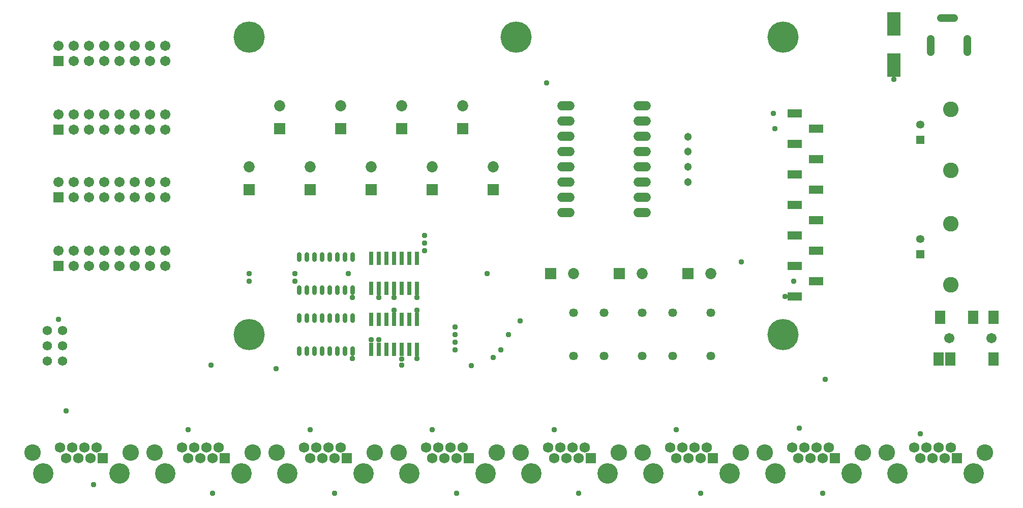
<source format=gbr>
G04 EAGLE Gerber RS-274X export*
G75*
%MOMM*%
%FSLAX34Y34*%
%LPD*%
%INSoldermask Top*%
%IPPOS*%
%AMOC8*
5,1,8,0,0,1.08239X$1,22.5*%
G01*
G04 Define Apertures*
%ADD10C,5.203200*%
%ADD11C,1.513200*%
%ADD12C,1.303200*%
%ADD13R,1.703200X1.703200*%
%ADD14C,1.703200*%
%ADD15R,1.353200X1.353200*%
%ADD16C,1.353200*%
%ADD17C,2.603200*%
%ADD18C,1.463200*%
%ADD19C,1.563200*%
%ADD20C,0.803200*%
%ADD21R,0.762000X2.184400*%
%ADD22R,1.853200X1.853200*%
%ADD23C,1.853200*%
%ADD24C,1.727200*%
%ADD25R,1.727200X1.727200*%
%ADD26C,3.403200*%
%ADD27C,2.743200*%
%ADD28R,1.703200X2.203200*%
%ADD29C,1.263200*%
%ADD30R,2.403200X1.473200*%
%ADD31R,2.318500X3.966800*%
%ADD32C,0.959600*%
D10*
X1219200Y927100D03*
X330200Y927100D03*
X1219200Y431800D03*
X330200Y431800D03*
X774700Y927100D03*
D11*
X850700Y812800D02*
X863800Y812800D01*
X863800Y787400D02*
X850700Y787400D01*
X850700Y762000D02*
X863800Y762000D01*
X863800Y736600D02*
X850700Y736600D01*
X850700Y711200D02*
X863800Y711200D01*
X863800Y685800D02*
X850700Y685800D01*
X850700Y660400D02*
X863800Y660400D01*
X863800Y635000D02*
X850700Y635000D01*
X977700Y812800D02*
X990800Y812800D01*
X990800Y787400D02*
X977700Y787400D01*
X977700Y762000D02*
X990800Y762000D01*
X990800Y736600D02*
X977700Y736600D01*
X977700Y711200D02*
X990800Y711200D01*
X990800Y685800D02*
X977700Y685800D01*
X977700Y660400D02*
X990800Y660400D01*
X990800Y635000D02*
X977700Y635000D01*
D12*
X1060450Y685800D03*
X1060450Y710800D03*
X1060450Y735800D03*
X1060450Y760800D03*
D13*
X12700Y660400D03*
D14*
X12700Y685800D03*
X38100Y660400D03*
X38100Y685800D03*
X63500Y660400D03*
X63500Y685800D03*
X88900Y660400D03*
X88900Y685800D03*
X114300Y660400D03*
X114300Y685800D03*
X139700Y660400D03*
X139700Y685800D03*
X165100Y660400D03*
X165100Y685800D03*
X190500Y660400D03*
X190500Y685800D03*
D13*
X12700Y546100D03*
D14*
X12700Y571500D03*
X38100Y546100D03*
X38100Y571500D03*
X63500Y546100D03*
X63500Y571500D03*
X88900Y546100D03*
X88900Y571500D03*
X114300Y546100D03*
X114300Y571500D03*
X139700Y546100D03*
X139700Y571500D03*
X165100Y546100D03*
X165100Y571500D03*
X190500Y546100D03*
X190500Y571500D03*
D13*
X12700Y887082D03*
D14*
X12700Y912482D03*
X38100Y887082D03*
X38100Y912482D03*
X63500Y887082D03*
X63500Y912482D03*
X88900Y887082D03*
X88900Y912482D03*
X114300Y887082D03*
X114300Y912482D03*
X139700Y887082D03*
X139700Y912482D03*
X165100Y887082D03*
X165100Y912482D03*
X190500Y887082D03*
X190500Y912482D03*
D13*
X12700Y772202D03*
D14*
X12700Y797602D03*
X38100Y772202D03*
X38100Y797602D03*
X63500Y772202D03*
X63500Y797602D03*
X88900Y772202D03*
X88900Y797602D03*
X114300Y772202D03*
X114300Y797602D03*
X139700Y772202D03*
X139700Y797602D03*
X165100Y772202D03*
X165100Y797602D03*
X190500Y772202D03*
X190500Y797602D03*
D15*
X1447800Y565150D03*
D16*
X1447800Y590550D03*
D17*
X1498600Y514350D03*
X1498600Y615950D03*
D18*
X869950Y395600D03*
X869950Y468000D03*
X984250Y395600D03*
X984250Y468000D03*
X920750Y395600D03*
X920750Y468000D03*
X1035050Y395600D03*
X1035050Y468000D03*
X1098550Y395600D03*
X1098550Y468000D03*
D15*
X1447800Y755650D03*
D16*
X1447800Y781050D03*
D17*
X1498600Y704850D03*
X1498600Y806450D03*
D19*
X-6350Y387350D03*
X19050Y387350D03*
X-6350Y412750D03*
X19050Y412750D03*
X-6350Y438150D03*
X19050Y438150D03*
D20*
X412750Y408800D02*
X412750Y400300D01*
X425450Y400300D02*
X425450Y408800D01*
X438150Y408800D02*
X438150Y400300D01*
X450850Y400300D02*
X450850Y408800D01*
X463550Y408800D02*
X463550Y400300D01*
X476250Y400300D02*
X476250Y408800D01*
X488950Y408800D02*
X488950Y400300D01*
X501650Y400300D02*
X501650Y408800D01*
X501650Y454800D02*
X501650Y463300D01*
X488950Y463300D02*
X488950Y454800D01*
X476250Y454800D02*
X476250Y463300D01*
X463550Y463300D02*
X463550Y454800D01*
X450850Y454800D02*
X450850Y463300D01*
X438150Y463300D02*
X438150Y454800D01*
X425450Y454800D02*
X425450Y463300D01*
X412750Y463300D02*
X412750Y454800D01*
X412750Y501900D02*
X412750Y510400D01*
X425450Y510400D02*
X425450Y501900D01*
X438150Y501900D02*
X438150Y510400D01*
X450850Y510400D02*
X450850Y501900D01*
X463550Y501900D02*
X463550Y510400D01*
X476250Y510400D02*
X476250Y501900D01*
X488950Y501900D02*
X488950Y510400D01*
X501650Y510400D02*
X501650Y501900D01*
X501650Y556400D02*
X501650Y564900D01*
X488950Y564900D02*
X488950Y556400D01*
X476250Y556400D02*
X476250Y564900D01*
X463550Y564900D02*
X463550Y556400D01*
X450850Y556400D02*
X450850Y564900D01*
X438150Y564900D02*
X438150Y556400D01*
X425450Y556400D02*
X425450Y564900D01*
X412750Y564900D02*
X412750Y556400D01*
D21*
X533400Y407162D03*
X546100Y407162D03*
X558800Y407162D03*
X571500Y407162D03*
X584200Y407162D03*
X596900Y407162D03*
X609600Y407162D03*
X609600Y456438D03*
X596900Y456438D03*
X584200Y456438D03*
X571500Y456438D03*
X558800Y456438D03*
X546100Y456438D03*
X533400Y456438D03*
X533400Y508762D03*
X546100Y508762D03*
X558800Y508762D03*
X571500Y508762D03*
X584200Y508762D03*
X596900Y508762D03*
X609600Y508762D03*
X609600Y558038D03*
X596900Y558038D03*
X584200Y558038D03*
X571500Y558038D03*
X558800Y558038D03*
X546100Y558038D03*
X533400Y558038D03*
D22*
X946150Y533400D03*
D23*
X984250Y533400D03*
D22*
X1060450Y533400D03*
D23*
X1098550Y533400D03*
D22*
X831850Y533400D03*
D23*
X869950Y533400D03*
D24*
X15240Y243840D03*
X35560Y243840D03*
X55880Y243840D03*
X76200Y243840D03*
X25400Y226060D03*
X45720Y226060D03*
X66040Y226060D03*
D25*
X86360Y226060D03*
D26*
X-12700Y200660D03*
X114300Y200660D03*
D27*
X132300Y235250D03*
X-30700Y235250D03*
D24*
X218440Y243840D03*
X238760Y243840D03*
X259080Y243840D03*
X279400Y243840D03*
X228600Y226060D03*
X248920Y226060D03*
X269240Y226060D03*
D25*
X289560Y226060D03*
D26*
X190500Y200660D03*
X317500Y200660D03*
D27*
X335500Y235250D03*
X172500Y235250D03*
D24*
X421640Y243840D03*
X441960Y243840D03*
X462280Y243840D03*
X482600Y243840D03*
X431800Y226060D03*
X452120Y226060D03*
X472440Y226060D03*
D25*
X492760Y226060D03*
D26*
X393700Y200660D03*
X520700Y200660D03*
D27*
X538700Y235250D03*
X375700Y235250D03*
D24*
X624840Y243840D03*
X645160Y243840D03*
X665480Y243840D03*
X685800Y243840D03*
X635000Y226060D03*
X655320Y226060D03*
X675640Y226060D03*
D25*
X695960Y226060D03*
D26*
X596900Y200660D03*
X723900Y200660D03*
D27*
X741900Y235250D03*
X578900Y235250D03*
D24*
X828040Y243840D03*
X848360Y243840D03*
X868680Y243840D03*
X889000Y243840D03*
X838200Y226060D03*
X858520Y226060D03*
X878840Y226060D03*
D25*
X899160Y226060D03*
D26*
X800100Y200660D03*
X927100Y200660D03*
D27*
X945100Y235250D03*
X782100Y235250D03*
D24*
X1031240Y243840D03*
X1051560Y243840D03*
X1071880Y243840D03*
X1092200Y243840D03*
X1041400Y226060D03*
X1061720Y226060D03*
X1082040Y226060D03*
D25*
X1102360Y226060D03*
D26*
X1003300Y200660D03*
X1130300Y200660D03*
D27*
X1148300Y235250D03*
X985300Y235250D03*
D24*
X1234440Y243840D03*
X1254760Y243840D03*
X1275080Y243840D03*
X1295400Y243840D03*
X1244600Y226060D03*
X1264920Y226060D03*
X1285240Y226060D03*
D25*
X1305560Y226060D03*
D26*
X1206500Y200660D03*
X1333500Y200660D03*
D27*
X1351500Y235250D03*
X1188500Y235250D03*
D24*
X1437640Y243840D03*
X1457960Y243840D03*
X1478280Y243840D03*
X1498600Y243840D03*
X1447800Y226060D03*
X1468120Y226060D03*
X1488440Y226060D03*
D25*
X1508760Y226060D03*
D26*
X1409700Y200660D03*
X1536700Y200660D03*
D27*
X1554700Y235250D03*
X1391700Y235250D03*
D28*
X1569640Y390350D03*
X1569640Y460350D03*
X1535640Y460350D03*
X1480640Y460350D03*
X1497640Y390350D03*
X1477640Y390350D03*
D14*
X1565740Y425450D03*
X1495740Y425450D03*
D29*
X1525200Y901850D02*
X1525200Y923850D01*
X1503700Y958850D02*
X1481700Y958850D01*
X1464200Y923850D02*
X1464200Y901850D01*
D22*
X330200Y673100D03*
D23*
X330200Y711200D03*
D22*
X431800Y673100D03*
D23*
X431800Y711200D03*
D22*
X533400Y673100D03*
D23*
X533400Y711200D03*
D22*
X635000Y673100D03*
D23*
X635000Y711200D03*
D22*
X736600Y673100D03*
D23*
X736600Y711200D03*
D22*
X381000Y774700D03*
D23*
X381000Y812800D03*
D22*
X482600Y774700D03*
D23*
X482600Y812800D03*
D22*
X584200Y774700D03*
D23*
X584200Y812800D03*
D22*
X685800Y774700D03*
D23*
X685800Y812800D03*
D30*
X1238250Y495300D03*
X1274250Y520700D03*
X1238250Y546100D03*
X1274250Y571500D03*
X1238250Y596900D03*
X1274250Y622300D03*
X1238250Y647700D03*
X1274250Y673100D03*
X1238250Y698500D03*
X1274250Y723900D03*
X1238250Y749300D03*
X1274250Y774700D03*
X1238250Y800100D03*
D31*
X1403350Y948659D03*
X1403350Y880141D03*
D32*
X609600Y493550D03*
X609600Y391950D03*
X501650Y493594D03*
X501650Y391994D03*
X1403350Y856017D03*
X1221944Y495300D03*
X622300Y596900D03*
X12700Y457200D03*
X825500Y850900D03*
X266700Y381000D03*
X25400Y304800D03*
X533400Y422910D03*
X1202690Y800100D03*
X374650Y374650D03*
X228600Y273050D03*
X546100Y422910D03*
X1205230Y774700D03*
X584200Y381000D03*
X431800Y273050D03*
X584200Y391160D03*
X635000Y273050D03*
X699616Y379884D03*
X736600Y393700D03*
X673100Y406400D03*
X838200Y273050D03*
X749300Y406400D03*
X673100Y419100D03*
X1041400Y273050D03*
X762000Y431800D03*
X673100Y431800D03*
X1245870Y275590D03*
X673100Y444500D03*
X1447800Y266700D03*
X781050Y454660D03*
X1149350Y552450D03*
X1236980Y520700D03*
X1289050Y356870D03*
X71120Y181610D03*
X269240Y167640D03*
X472440Y167612D03*
X675640Y167612D03*
X878840Y167612D03*
X1082040Y167612D03*
X1285240Y167612D03*
X330200Y520700D03*
X406400Y520700D03*
X330200Y533400D03*
X406400Y533400D03*
X726440Y533400D03*
X495300Y533400D03*
X622300Y571500D03*
X622300Y584200D03*
X546100Y493550D03*
X571500Y471734D03*
X609600Y472440D03*
X571500Y493522D03*
M02*

</source>
